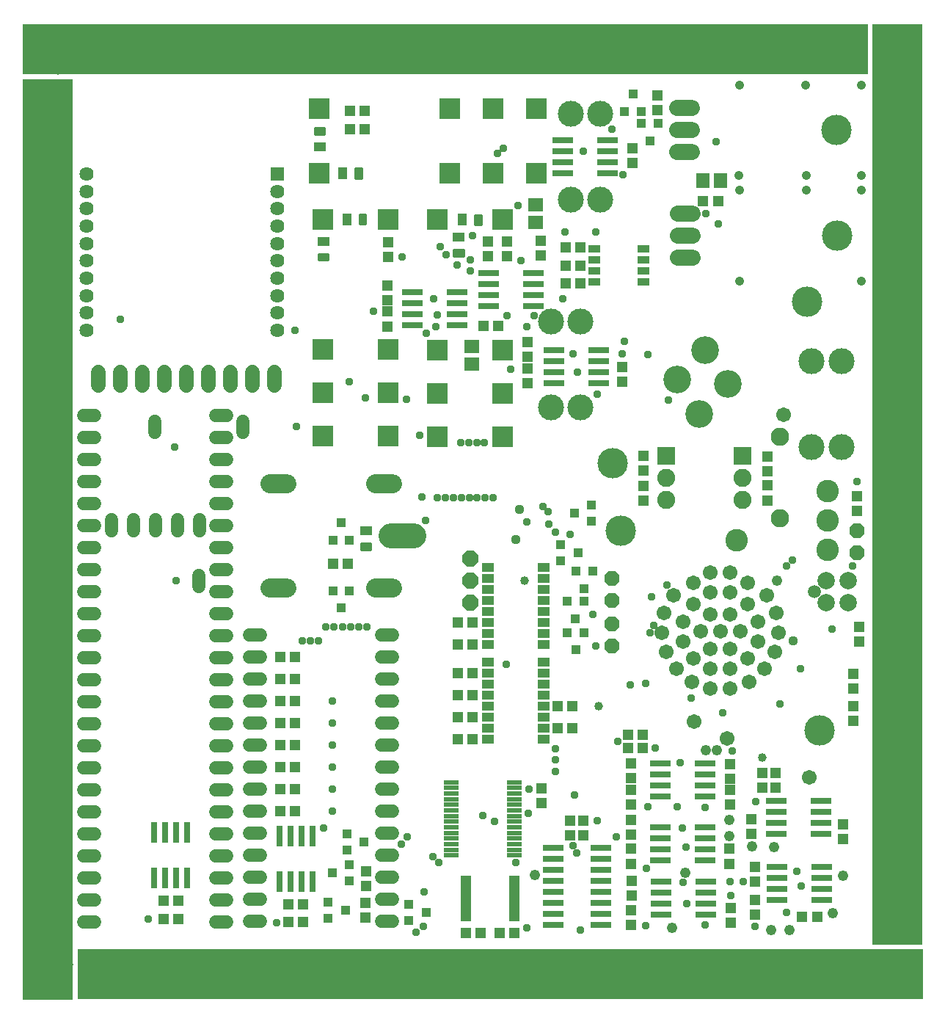
<source format=gbr>
G04 EAGLE Gerber RS-274X export*
G75*
%MOMM*%
%FSLAX34Y34*%
%LPD*%
%INSoldermask Bottom*%
%IPPOS*%
%AMOC8*
5,1,8,0,0,1.08239X$1,22.5*%
G01*
%ADD10C,3.505200*%
%ADD11R,97.536000X5.842000*%
%ADD12R,5.842000X106.172000*%
%ADD13C,2.997200*%
%ADD14R,1.203200X1.303200*%
%ADD15R,1.603200X1.703200*%
%ADD16C,2.108200*%
%ADD17R,1.303200X1.203200*%
%ADD18P,2.034460X8X292.500000*%
%ADD19P,1.869504X8X202.500000*%
%ADD20R,0.803200X2.403200*%
%ADD21R,1.003200X1.103200*%
%ADD22R,1.103200X1.003200*%
%ADD23R,1.003200X1.403200*%
%ADD24C,0.441406*%
%ADD25R,1.403200X1.003200*%
%ADD26R,2.453200X2.453200*%
%ADD27C,2.184400*%
%ADD28C,2.908300*%
%ADD29R,1.703200X1.603200*%
%ADD30C,1.727200*%
%ADD31R,2.082800X2.082800*%
%ADD32C,2.082800*%
%ADD33C,2.603500*%
%ADD34C,1.879600*%
%ADD35C,1.511200*%
%ADD36C,1.625600*%
%ADD37R,1.625600X1.625600*%
%ADD38R,2.403200X0.803200*%
%ADD39R,1.473200X0.963200*%
%ADD40R,1.303200X0.653200*%
%ADD41R,1.703200X0.603200*%
%ADD42C,1.711200*%
%ADD43C,3.503200*%
%ADD44C,3.203200*%
%ADD45C,2.003200*%
%ADD46C,1.503200*%
%ADD47P,1.869504X8X22.500000*%
%ADD48C,1.109600*%
%ADD49C,1.009600*%
%ADD50C,0.959600*%
%ADD51C,1.209600*%
%ADD52C,1.703200*%
%ADD53C,1.259600*%
%ADD54C,1.059600*%


D10*
X952500Y-2540D03*
X-5080Y-2540D03*
X-5080Y1041400D03*
X952500Y1041400D03*
D11*
X441960Y1052830D03*
D12*
X963930Y551180D03*
X-16510Y487680D03*
D11*
X505460Y-13970D03*
D13*
X597916Y738632D03*
X563880Y738632D03*
X597916Y639572D03*
X563880Y639572D03*
X865124Y594106D03*
X899160Y594106D03*
X865124Y693166D03*
X899160Y693166D03*
X586994Y879348D03*
X621030Y879348D03*
X586994Y978408D03*
X621030Y978408D03*
D14*
X656590Y199000D03*
X656590Y182000D03*
X656590Y211972D03*
X656590Y228972D03*
X770636Y198746D03*
X770636Y181746D03*
X770636Y211718D03*
X770636Y228718D03*
D15*
X759804Y901700D03*
X739304Y901700D03*
D14*
X795020Y147710D03*
X795020Y164710D03*
X813816Y566556D03*
X813816Y583556D03*
X814324Y549774D03*
X814324Y532774D03*
D16*
X828548Y605790D03*
X828548Y511810D03*
D14*
X917448Y537582D03*
X917448Y520582D03*
X671068Y566810D03*
X671068Y583810D03*
X671068Y549520D03*
X671068Y532520D03*
D17*
X597780Y782574D03*
X580780Y782574D03*
X580780Y824738D03*
X597780Y824738D03*
D14*
X536702Y715382D03*
X536702Y698382D03*
X646684Y669426D03*
X646684Y686426D03*
X536702Y685156D03*
X536702Y668156D03*
D17*
X277994Y46482D03*
X260994Y46482D03*
X277994Y67056D03*
X260994Y67056D03*
X504580Y33528D03*
X521580Y33528D03*
X133976Y70866D03*
X116976Y70866D03*
X133976Y50038D03*
X116976Y50038D03*
D14*
X375666Y780660D03*
X375666Y763660D03*
D17*
X486546Y734060D03*
X503546Y734060D03*
D14*
X375666Y750434D03*
X375666Y733434D03*
D17*
X482972Y33528D03*
X465972Y33528D03*
D14*
X586232Y163186D03*
X586232Y146186D03*
X601726Y163186D03*
X601726Y146186D03*
X553466Y183778D03*
X553466Y200778D03*
X656590Y164202D03*
X656590Y147202D03*
X769874Y113674D03*
X769874Y130674D03*
X656844Y113674D03*
X656844Y130674D03*
X823214Y201558D03*
X823214Y218558D03*
X807720Y201558D03*
X807720Y218558D03*
X799592Y110100D03*
X799592Y93100D03*
X901192Y159122D03*
X901192Y142122D03*
D17*
X652916Y262382D03*
X669916Y262382D03*
X652916Y247142D03*
X669916Y247142D03*
D14*
X657098Y93844D03*
X657098Y76844D03*
X771398Y45348D03*
X771398Y62348D03*
X656844Y43062D03*
X656844Y60062D03*
D17*
X854084Y52578D03*
X871084Y52578D03*
D14*
X799338Y54746D03*
X799338Y71746D03*
D18*
X471424Y414274D03*
X471424Y465074D03*
X471424Y439674D03*
D19*
X917448Y472440D03*
X917448Y497840D03*
D20*
X131572Y97444D03*
X131572Y149444D03*
X144272Y97444D03*
X118872Y97444D03*
X106172Y97444D03*
X144272Y149444D03*
X118872Y149444D03*
X106172Y149444D03*
X276098Y93126D03*
X276098Y145126D03*
X288798Y93126D03*
X263398Y93126D03*
X250698Y93126D03*
X288798Y145126D03*
X263398Y145126D03*
X250698Y145126D03*
D21*
X611988Y450690D03*
X592988Y450690D03*
X602488Y430690D03*
X601828Y416400D03*
X582828Y416400D03*
X592328Y396400D03*
X602082Y380332D03*
X583082Y380332D03*
X592582Y360332D03*
D22*
X575470Y481940D03*
X575470Y462940D03*
X595470Y472440D03*
D23*
X461662Y856234D03*
D24*
X476853Y851425D02*
X482471Y851425D01*
X476853Y851425D02*
X476853Y861043D01*
X482471Y861043D01*
X482471Y851425D01*
X482471Y855618D02*
X476853Y855618D01*
X476853Y859811D02*
X482471Y859811D01*
D25*
X297180Y940706D03*
D24*
X301989Y955897D02*
X301989Y961515D01*
X301989Y955897D02*
X292371Y955897D01*
X292371Y961515D01*
X301989Y961515D01*
X301989Y960090D02*
X292371Y960090D01*
D23*
X323740Y909828D03*
D24*
X338931Y905019D02*
X344549Y905019D01*
X338931Y905019D02*
X338931Y914637D01*
X344549Y914637D01*
X344549Y905019D01*
X344549Y909212D02*
X338931Y909212D01*
X338931Y913405D02*
X344549Y913405D01*
D25*
X457454Y836024D03*
D24*
X452645Y820833D02*
X452645Y815215D01*
X452645Y820833D02*
X462263Y820833D01*
X462263Y815215D01*
X452645Y815215D01*
X452645Y819408D02*
X462263Y819408D01*
D23*
X328566Y856996D03*
D24*
X343757Y852187D02*
X349375Y852187D01*
X343757Y852187D02*
X343757Y861805D01*
X349375Y861805D01*
X349375Y852187D01*
X349375Y856380D02*
X343757Y856380D01*
X343757Y860573D02*
X349375Y860573D01*
D25*
X301498Y831452D03*
D24*
X296689Y816261D02*
X296689Y810643D01*
X296689Y816261D02*
X306307Y816261D01*
X306307Y810643D01*
X296689Y810643D01*
X296689Y814836D02*
X306307Y814836D01*
D25*
X350520Y497696D03*
D24*
X345711Y482505D02*
X345711Y476887D01*
X345711Y482505D02*
X355329Y482505D01*
X355329Y476887D01*
X345711Y476887D01*
X345711Y481080D02*
X355329Y481080D01*
D22*
X306992Y69190D03*
X306992Y50190D03*
X326992Y59690D03*
X328582Y147930D03*
X328582Y128930D03*
X348582Y138430D03*
D21*
X331572Y428338D03*
X312572Y428338D03*
X322072Y408338D03*
X687680Y967326D03*
X668680Y967326D03*
X678180Y947326D03*
X649122Y981362D03*
X668122Y981362D03*
X658622Y1001362D03*
D26*
X447040Y984758D03*
X497078Y984758D03*
X547116Y984758D03*
X547116Y909828D03*
X497078Y909828D03*
X447040Y909828D03*
X296926Y984758D03*
X296926Y909828D03*
D27*
X259588Y431800D02*
X239776Y431800D01*
X239776Y551688D02*
X259588Y551688D01*
X361696Y431800D02*
X381508Y431800D01*
X381508Y551688D02*
X361696Y551688D01*
D28*
X379159Y491744D02*
X406210Y491744D01*
D29*
X546100Y873596D03*
X546100Y853096D03*
X472440Y689520D03*
X472440Y710020D03*
D30*
X41910Y680212D02*
X41910Y664972D01*
X67310Y664972D02*
X67310Y680212D01*
X92710Y680212D02*
X92710Y664972D01*
X118110Y664972D02*
X118110Y680212D01*
X143510Y680212D02*
X143510Y664972D01*
X168910Y664972D02*
X168910Y680212D01*
X194310Y680212D02*
X194310Y664972D01*
X219710Y664972D02*
X219710Y680212D01*
X245110Y680212D02*
X245110Y664972D01*
D22*
X399956Y66904D03*
X399956Y47904D03*
X419956Y57404D03*
D21*
X312318Y486570D03*
X331318Y486570D03*
X321818Y506570D03*
D22*
X331564Y93370D03*
X331564Y112370D03*
X311564Y102870D03*
D14*
X513080Y813952D03*
X513080Y830952D03*
D17*
X332114Y961136D03*
X349114Y961136D03*
D14*
X491744Y830952D03*
X491744Y813952D03*
X376174Y813190D03*
X376174Y830190D03*
X350520Y87766D03*
X350520Y104766D03*
X350266Y68444D03*
X350266Y51444D03*
D17*
X329302Y459740D03*
X312302Y459740D03*
D14*
X919734Y369960D03*
X919734Y386960D03*
D17*
X597780Y803656D03*
X580780Y803656D03*
D14*
X552196Y832476D03*
X552196Y815476D03*
D17*
X251850Y199390D03*
X268850Y199390D03*
X251850Y224790D03*
X268850Y224790D03*
X251850Y250190D03*
X268850Y250190D03*
X251850Y351790D03*
X268850Y351790D03*
X251850Y326390D03*
X268850Y326390D03*
X251850Y300990D03*
X268850Y300990D03*
X251850Y275590D03*
X268850Y275590D03*
X251850Y173990D03*
X268850Y173990D03*
D14*
X913130Y332604D03*
X913130Y315604D03*
X913130Y295012D03*
X913130Y278012D03*
X686816Y983116D03*
X686816Y1000116D03*
X657860Y922156D03*
X657860Y939156D03*
D17*
X456320Y256794D03*
X473320Y256794D03*
X571890Y269494D03*
X588890Y269494D03*
X456320Y282194D03*
X473320Y282194D03*
X571890Y294894D03*
X588890Y294894D03*
X456574Y307594D03*
X473574Y307594D03*
X456574Y332994D03*
X473574Y332994D03*
X456320Y366522D03*
X473320Y366522D03*
X456574Y391922D03*
X473574Y391922D03*
X756784Y877824D03*
X739784Y877824D03*
X349114Y981710D03*
X332114Y981710D03*
D31*
X784860Y583946D03*
D32*
X784860Y558546D03*
X784860Y533146D03*
D31*
X696722Y583946D03*
D32*
X696722Y558546D03*
X696722Y533146D03*
D33*
X883666Y543306D03*
X883666Y509778D03*
X778510Y486918D03*
D25*
X491232Y256794D03*
X555502Y345694D03*
X491232Y269494D03*
X491232Y282194D03*
X491232Y294894D03*
X491232Y307594D03*
X491232Y320294D03*
X491232Y332994D03*
X491232Y345694D03*
X555502Y332994D03*
X555502Y320294D03*
X555502Y307594D03*
X555502Y294894D03*
X555502Y282194D03*
X555502Y269494D03*
X555502Y256794D03*
X491232Y366776D03*
X555502Y455676D03*
X491232Y379476D03*
X491232Y392176D03*
X491232Y404876D03*
X491232Y417576D03*
X491232Y430276D03*
X491232Y442976D03*
X491232Y455676D03*
X555502Y442976D03*
X555502Y430276D03*
X555502Y417576D03*
X555502Y404876D03*
X555502Y392176D03*
X555502Y379476D03*
X555502Y366776D03*
D26*
X376174Y706628D03*
X376174Y656590D03*
X376174Y606552D03*
X301244Y606552D03*
X301244Y656590D03*
X301244Y706628D03*
X376174Y856742D03*
X301244Y856742D03*
X508254Y706120D03*
X508254Y656082D03*
X508254Y606044D03*
X433324Y606044D03*
X433324Y656082D03*
X433324Y706120D03*
X508254Y856234D03*
X433324Y856234D03*
D34*
X710184Y985520D02*
X726948Y985520D01*
X726948Y960120D02*
X710184Y960120D01*
X710184Y934720D02*
X726948Y934720D01*
D10*
X893826Y960120D03*
D22*
X610964Y508406D03*
X610964Y527406D03*
X590964Y517906D03*
D35*
X37782Y72136D02*
X24702Y72136D01*
X24702Y376936D02*
X37782Y376936D01*
X37782Y351536D02*
X24702Y351536D01*
X24702Y326136D02*
X37782Y326136D01*
X37782Y300736D02*
X24702Y300736D01*
X24702Y275336D02*
X37782Y275336D01*
X37782Y249936D02*
X24702Y249936D01*
X24702Y224536D02*
X37782Y224536D01*
X37782Y199136D02*
X24702Y199136D01*
X24702Y173736D02*
X37782Y173736D01*
X37782Y148336D02*
X24702Y148336D01*
X177102Y376936D02*
X190182Y376936D01*
X190182Y351536D02*
X177102Y351536D01*
X177102Y199136D02*
X190182Y199136D01*
X190182Y173736D02*
X177102Y173736D01*
X177102Y148336D02*
X190182Y148336D01*
X190182Y122936D02*
X177102Y122936D01*
X177102Y46736D02*
X190182Y46736D01*
X37782Y46736D02*
X24702Y46736D01*
X24702Y97536D02*
X37782Y97536D01*
X37782Y122936D02*
X24702Y122936D01*
X177102Y72136D02*
X190182Y72136D01*
X190182Y97536D02*
X177102Y97536D01*
X177102Y326136D02*
X190182Y326136D01*
X190182Y224536D02*
X177102Y224536D01*
X177102Y249936D02*
X190182Y249936D01*
X190182Y275336D02*
X177102Y275336D01*
X177102Y300736D02*
X190182Y300736D01*
X190182Y402336D02*
X177102Y402336D01*
X177102Y427736D02*
X190182Y427736D01*
X190182Y453136D02*
X177102Y453136D01*
X177102Y478536D02*
X190182Y478536D01*
X190182Y503936D02*
X177102Y503936D01*
X177102Y529336D02*
X190182Y529336D01*
X190182Y554736D02*
X177102Y554736D01*
X177102Y580136D02*
X190182Y580136D01*
X190182Y605536D02*
X177102Y605536D01*
X177102Y630936D02*
X190182Y630936D01*
X37782Y402336D02*
X24702Y402336D01*
X24702Y427736D02*
X37782Y427736D01*
X37782Y453136D02*
X24702Y453136D01*
X24702Y478536D02*
X37782Y478536D01*
X37782Y503936D02*
X24702Y503936D01*
X24702Y529336D02*
X37782Y529336D01*
X37782Y554736D02*
X24702Y554736D01*
X24702Y580136D02*
X37782Y580136D01*
X37782Y605536D02*
X24702Y605536D01*
X24702Y630936D02*
X37782Y630936D01*
X158242Y510476D02*
X158242Y497396D01*
X132842Y497396D02*
X132842Y510476D01*
X107442Y510476D02*
X107442Y497396D01*
X82042Y497396D02*
X82042Y510476D01*
X56642Y510476D02*
X56642Y497396D01*
D36*
X248430Y728948D03*
X248430Y748948D03*
X248430Y768948D03*
X248430Y788948D03*
X248430Y808948D03*
X248430Y828948D03*
X248430Y848948D03*
X248430Y868948D03*
X248430Y888948D03*
D37*
X248430Y908948D03*
D36*
X28430Y728948D03*
X28430Y748948D03*
X28430Y768948D03*
X28430Y788948D03*
X28430Y808948D03*
X28430Y828948D03*
X28430Y848948D03*
X28430Y868948D03*
X28430Y888948D03*
X28430Y908948D03*
D35*
X157734Y446214D02*
X157734Y433134D01*
X106934Y610934D02*
X106934Y624014D01*
X208534Y624014D02*
X208534Y610934D01*
D38*
X543906Y782066D03*
X491906Y782066D03*
X543906Y794766D03*
X543906Y769366D03*
X543906Y756666D03*
X491906Y794766D03*
X491906Y769366D03*
X491906Y756666D03*
X619598Y693166D03*
X567598Y693166D03*
X619598Y705866D03*
X619598Y680466D03*
X619598Y667766D03*
X567598Y705866D03*
X567598Y680466D03*
X567598Y667766D03*
D35*
X229044Y72390D02*
X215964Y72390D01*
X215964Y377190D02*
X229044Y377190D01*
X229044Y351790D02*
X215964Y351790D01*
X215964Y326390D02*
X229044Y326390D01*
X229044Y300990D02*
X215964Y300990D01*
X215964Y275590D02*
X229044Y275590D01*
X229044Y250190D02*
X215964Y250190D01*
X215964Y224790D02*
X229044Y224790D01*
X229044Y199390D02*
X215964Y199390D01*
X215964Y173990D02*
X229044Y173990D01*
X229044Y148590D02*
X215964Y148590D01*
X368364Y377190D02*
X381444Y377190D01*
X381444Y351790D02*
X368364Y351790D01*
X368364Y199390D02*
X381444Y199390D01*
X381444Y173990D02*
X368364Y173990D01*
X368364Y148590D02*
X381444Y148590D01*
X381444Y123190D02*
X368364Y123190D01*
X368364Y46990D02*
X381444Y46990D01*
X229044Y46990D02*
X215964Y46990D01*
X215964Y97790D02*
X229044Y97790D01*
X229044Y123190D02*
X215964Y123190D01*
X368364Y72390D02*
X381444Y72390D01*
X381444Y97790D02*
X368364Y97790D01*
X368364Y326390D02*
X381444Y326390D01*
X381444Y224790D02*
X368364Y224790D01*
X368364Y250190D02*
X381444Y250190D01*
X381444Y275590D02*
X368364Y275590D01*
X368364Y300990D02*
X381444Y300990D01*
D38*
X577758Y922782D03*
X629758Y922782D03*
X577758Y910082D03*
X577758Y935482D03*
X577758Y948182D03*
X629758Y910082D03*
X629758Y935482D03*
X629758Y948182D03*
D39*
X671220Y810260D03*
X614020Y810260D03*
X671220Y822960D03*
X671220Y797560D03*
X671220Y784860D03*
X614020Y822960D03*
X614020Y797560D03*
X614020Y784860D03*
D38*
X456022Y759714D03*
X404022Y759714D03*
X456022Y772414D03*
X456022Y747014D03*
X456022Y734314D03*
X404022Y772414D03*
X404022Y747014D03*
X404022Y734314D03*
D40*
X466074Y50910D03*
X466074Y57410D03*
X466074Y63910D03*
X466074Y70410D03*
X466074Y76910D03*
X466074Y83410D03*
X466074Y89910D03*
X466074Y96410D03*
X521430Y96410D03*
X521430Y89910D03*
X521430Y83410D03*
X521430Y76910D03*
X521430Y70410D03*
X521430Y63910D03*
X521430Y57410D03*
X521430Y50910D03*
D38*
X621538Y131826D03*
X566928Y131826D03*
X621538Y119126D03*
X621538Y106426D03*
X566928Y119126D03*
X566928Y106426D03*
X621538Y93726D03*
X566928Y93726D03*
X621538Y81026D03*
X566928Y81026D03*
X621538Y68326D03*
X621538Y55626D03*
X566928Y68326D03*
X566928Y55626D03*
X621538Y42926D03*
X566928Y42926D03*
D41*
X521644Y207604D03*
X521644Y201104D03*
X521644Y194604D03*
X521644Y188104D03*
X521644Y181604D03*
X521644Y175104D03*
X521644Y168604D03*
X521644Y162104D03*
X521644Y155604D03*
X521644Y149104D03*
X521644Y142604D03*
X521644Y136104D03*
X521644Y129604D03*
X521644Y123104D03*
X449144Y123104D03*
X449144Y129604D03*
X449144Y136104D03*
X449144Y142604D03*
X449144Y149104D03*
X449144Y155604D03*
X449144Y162104D03*
X449144Y168604D03*
X449144Y175104D03*
X449144Y181604D03*
X449144Y188104D03*
X449144Y194604D03*
X449144Y201104D03*
X449144Y207604D03*
D38*
X742026Y216154D03*
X690026Y216154D03*
X742026Y228854D03*
X742026Y203454D03*
X742026Y190754D03*
X690026Y228854D03*
X690026Y203454D03*
X690026Y190754D03*
X742280Y143002D03*
X690280Y143002D03*
X742280Y155702D03*
X742280Y130302D03*
X742280Y117602D03*
X690280Y155702D03*
X690280Y130302D03*
X690280Y117602D03*
X875884Y172974D03*
X823884Y172974D03*
X875884Y185674D03*
X875884Y160274D03*
X875884Y147574D03*
X823884Y185674D03*
X823884Y160274D03*
X823884Y147574D03*
X742788Y80010D03*
X690788Y80010D03*
X742788Y92710D03*
X742788Y67310D03*
X742788Y54610D03*
X690788Y92710D03*
X690788Y67310D03*
X690788Y54610D03*
X876900Y97536D03*
X824900Y97536D03*
X876900Y110236D03*
X876900Y84836D03*
X876900Y72136D03*
X824900Y110236D03*
X824900Y84836D03*
X824900Y72136D03*
D34*
X727710Y863346D02*
X710946Y863346D01*
X710946Y837946D02*
X727710Y837946D01*
X727710Y812546D02*
X710946Y812546D01*
D10*
X894588Y837946D03*
D42*
X748030Y449072D03*
X728218Y437642D03*
X705866Y423164D03*
X694944Y402844D03*
X691896Y379984D03*
X696722Y357632D03*
X708660Y338074D03*
X726440Y323596D03*
X748030Y315976D03*
X770890Y315976D03*
X792480Y323596D03*
X810260Y338074D03*
X822198Y357632D03*
X827024Y379984D03*
X823976Y402844D03*
X813054Y423164D03*
X790702Y437642D03*
X770890Y449072D03*
X748030Y426212D03*
X728218Y412750D03*
X716280Y392684D03*
X716280Y369824D03*
X728218Y350266D03*
X748030Y338836D03*
X770890Y338836D03*
X790702Y350266D03*
X802640Y369824D03*
X802640Y392684D03*
X790702Y412750D03*
X770890Y426212D03*
X748030Y401320D03*
X736600Y381508D03*
X748030Y361696D03*
X770890Y361696D03*
X782320Y381508D03*
X770890Y401320D03*
X759460Y381508D03*
D43*
X874365Y267619D03*
X644555Y497429D03*
D44*
X709585Y672047D03*
X735245Y632424D03*
X768514Y666581D03*
X742096Y706275D03*
D43*
X859470Y761469D03*
X635574Y575587D03*
D45*
X881634Y439728D03*
X881634Y414728D03*
X906634Y439728D03*
X906634Y414728D03*
D46*
X868234Y427228D03*
D33*
X883666Y475996D03*
D19*
X634746Y364490D03*
X634746Y389890D03*
D47*
X634746Y442468D03*
X634746Y417068D03*
D48*
X523494Y487353D03*
D49*
X807720Y235712D03*
D50*
X538480Y199644D03*
X538198Y171704D03*
X601218Y934974D03*
X634238Y960882D03*
X646938Y908304D03*
X529590Y808990D03*
X392458Y813054D03*
X397510Y649224D03*
X523584Y114554D03*
X512318Y343662D03*
X612394Y400812D03*
D48*
X527723Y522398D03*
D50*
X536384Y508034D03*
D51*
X824738Y440182D03*
D50*
X331283Y669477D03*
X349758Y651256D03*
X888238Y383794D03*
X568960Y245872D03*
X497362Y536010D03*
D48*
X843942Y370994D03*
D50*
X408686Y34798D03*
X852304Y338836D03*
X470916Y809752D03*
X460248Y598830D03*
X460756Y535968D03*
X586407Y493189D03*
X332824Y386842D03*
X311658Y224790D03*
X436090Y825246D03*
X469336Y598830D03*
X469844Y535968D03*
X561437Y505049D03*
X342166Y386842D03*
X311658Y199390D03*
X773430Y243586D03*
X800100Y185420D03*
X770636Y92964D03*
X716788Y91948D03*
X716026Y154686D03*
X741680Y42926D03*
X835660Y57658D03*
X847598Y104648D03*
X589534Y134366D03*
X471170Y797052D03*
X431292Y733298D03*
X428752Y765556D03*
X617728Y655066D03*
X589534Y702056D03*
D49*
X533908Y439674D03*
X619506Y294894D03*
D50*
X675640Y701040D03*
X615491Y364695D03*
X247142Y45720D03*
X99568Y50038D03*
X67310Y741680D03*
X591566Y192532D03*
X536448Y39878D03*
X417498Y80694D03*
X615922Y842010D03*
X754888Y946658D03*
X641604Y254790D03*
X455930Y804164D03*
X487512Y598830D03*
X488020Y535968D03*
X569184Y496286D03*
X762218Y287810D03*
X828548Y297688D03*
X412563Y607635D03*
X451414Y535926D03*
X323482Y386842D03*
X311658Y250190D03*
X713504Y229852D03*
X417068Y40894D03*
X842518Y463550D03*
X554657Y525955D03*
X277368Y370360D03*
X835660Y456720D03*
X561084Y519529D03*
X286582Y370360D03*
D51*
X755650Y244856D03*
X821944Y132842D03*
D50*
X726186Y304546D03*
X709930Y179324D03*
D51*
X743204Y244602D03*
D50*
X678303Y380361D03*
X682376Y388610D03*
X680146Y421199D03*
X697738Y435102D03*
X673608Y321672D03*
X498602Y162334D03*
X655750Y319962D03*
X485648Y168910D03*
X568960Y233172D03*
X569468Y220358D03*
X684022Y247142D03*
X675894Y179324D03*
X742188Y178562D03*
X639318Y144272D03*
X674370Y108458D03*
X673100Y41910D03*
X771398Y76962D03*
X786356Y92964D03*
D51*
X889508Y56642D03*
D50*
X852678Y87884D03*
X598424Y36830D03*
X593852Y125730D03*
X617474Y163576D03*
X799338Y40894D03*
D51*
X545338Y100330D03*
D52*
X729488Y277622D03*
X767334Y257810D03*
X861824Y213108D03*
D50*
X544576Y745744D03*
X513334Y745744D03*
X433070Y746760D03*
D51*
X769874Y145542D03*
D50*
X720090Y133096D03*
X721106Y67310D03*
X359156Y750570D03*
X646684Y701294D03*
X594868Y680466D03*
X648462Y716026D03*
X699262Y648462D03*
X579910Y842010D03*
X577596Y765302D03*
X517398Y684276D03*
X295910Y370332D03*
X301753Y154841D03*
D52*
X832612Y631444D03*
D50*
X756920Y851916D03*
D53*
X-16510Y89916D03*
X76454Y1052830D03*
X208788Y1052830D03*
X341122Y1052830D03*
X473456Y1052830D03*
X605790Y1052830D03*
X738124Y1052830D03*
X870458Y1052830D03*
X76454Y-13970D03*
X208788Y-13970D03*
X341122Y-13970D03*
X473456Y-13970D03*
X-16510Y233172D03*
X-16510Y376428D03*
X-16510Y519684D03*
X-16510Y662940D03*
X-16510Y806196D03*
X-16510Y949452D03*
X963930Y519684D03*
X963930Y662940D03*
X963930Y806196D03*
X963930Y949452D03*
X963676Y376428D03*
X963930Y233172D03*
X963930Y89916D03*
D50*
X397990Y144780D03*
X917448Y554482D03*
X912396Y456692D03*
X268732Y728980D03*
X270510Y617982D03*
X415294Y536190D03*
X419466Y509552D03*
X743204Y863600D03*
X509414Y938792D03*
X502412Y932942D03*
X311658Y275590D03*
X442171Y535983D03*
X313886Y386842D03*
X473456Y837692D03*
X432829Y536166D03*
X304544Y386842D03*
X311628Y300990D03*
X442976Y816356D03*
X478424Y598830D03*
X478932Y535968D03*
X351628Y386842D03*
X311912Y173990D03*
X536381Y733046D03*
X129540Y593852D03*
X131826Y439928D03*
X525780Y872744D03*
X420370Y725424D03*
X427794Y121470D03*
X391056Y136322D03*
X434594Y114808D03*
D51*
X818388Y36830D03*
X704088Y39878D03*
X718838Y103172D03*
X839216Y36830D03*
X795782Y133350D03*
X769620Y163830D03*
X901240Y99568D03*
D54*
X781558Y1011936D03*
X858266Y1011936D03*
X922020Y1011936D03*
X922020Y907542D03*
X858774Y907542D03*
X781304Y907542D03*
X781812Y785876D03*
X922274Y785876D03*
X922274Y890270D03*
X859028Y890270D03*
X781558Y890270D03*
M02*

</source>
